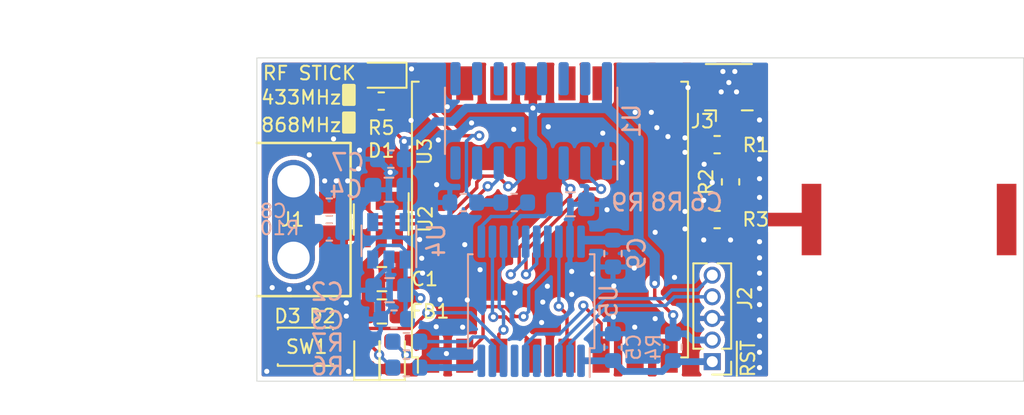
<source format=kicad_pcb>
(kicad_pcb (version 20171130) (host pcbnew 5.1.8-db9833491~88~ubuntu20.04.1)
  (layers (0 F.Cu signal) (31 B.Cu signal) (34 B.Paste user) (35 F.Paste user) (36 B.SilkS user) (37 F.SilkS user) (38 B.Mask user) (39 F.Mask user) (44 Edge.Cuts user))
  (net 0 "")
  (net 1 "Net-(AE1-Pad1)")
  (net 2 GND)
  (net 3 +5V)
  (net 4 +3V3)
  (net 5 /~MCLR~)
  (net 6 /VCAP)
  (net 7 /LED1)
  (net 8 /LED2)
  (net 9 /VUSB)
  (net 10 /DM)
  (net 11 /DP)
  (net 12 "Net-(J3-Pad1)")
  (net 13 /OOK_DATA)
  (net 14 /OOK_DATA_PIC)
  (net 15 /BTN)
  (net 16 /PC_RX_PIC_TX)
  (net 17 /PC_TX_PIC_RX)
  (net 18 /RFM_RESET)
  (net 19 /RFM_NSS)
  (net 20 /SCK)
  (net 21 /MOSI_SDO)
  (net 22 /MISO_SDI)
  (net 23 "Net-(D1-Pad2)")
  (net 24 "Net-(D2-Pad2)")
  (net 25 "Net-(D3-Pad2)")
  (net 26 /PGED2)
  (net 27 /PGEC2)
  (net 28 "Net-(C8-Pad1)")
  (module Resistor_SMD:R_0603_1608Metric (layer B.Cu) (at 154.25 60.23)
    (fp_text reference R10 (at -2.91 -0.23) (layer B.SilkS) (effects (font (size 0.8 0.8) (thickness 0.12)) (justify mirror)))
    (fp_text value 330R)
    (pad 2 smd roundrect (at 0.7875 0) (size 0.875 0.95) (layers B.Cu B.Paste B.Mask) (net 2 GND))
    (pad 1 smd roundrect (at -0.7875 0) (size 0.875 0.95) (layers B.Cu B.Paste B.Mask) (net 28 "Net-(C8-Pad1)"))
  )
  (module Capacitor_SMD:C_0603_1608Metric (layer B.Cu) (at 154.25 58.77)
    (fp_text reference C8 (at -3.28 0.23) (layer B.SilkS) (effects (font (size 0.8 0.8) (thickness 0.12)) (justify mirror)))
    (fp_text value 100nF)
    (pad 2 smd roundrect (at 0.7875 0) (size 0.875 0.95) (layers B.Cu B.Paste B.Mask) (net 2 GND))
    (pad 1 smd roundrect (at -0.7875 0) (size 0.875 0.95) (layers B.Cu B.Paste B.Mask) (net 28 "Net-(C8-Pad1)"))
  )
  (module "KiCAD library:SSOP-20_5.3x7.2mm_P0.65mm_MOD" (layer B.Cu) (at 166.1 64.3 90)
    (fp_text reference U5 (at 0 4.55 90) (layer B.SilkS) (effects (justify mirror)))
    (fp_text value PIC32MM0064GPL020-I-SS)
    (pad 20 smd roundrect (at 3.5 2.925 90) (size 1.9 0.45) (layers B.Cu B.Paste B.Mask) (net 4 +3V3))
    (pad 19 smd roundrect (at 3.5 2.275 90) (size 1.9 0.45) (layers B.Cu B.Paste B.Mask) (net 2 GND))
    (pad 18 smd roundrect (at 3.5 1.625 90) (size 1.9 0.45) (layers B.Cu B.Paste B.Mask) (net 19 /RFM_NSS))
    (pad 17 smd roundrect (at 3.5 0.975 90) (size 1.9 0.45) (layers B.Cu B.Paste B.Mask) (net 22 /MISO_SDI))
    (pad 16 smd roundrect (at 3.5 0.325 90) (size 1.9 0.45) (layers B.Cu B.Paste B.Mask) (net 17 /PC_TX_PIC_RX))
    (pad 15 smd roundrect (at 3.5 -0.325 90) (size 1.9 0.45) (layers B.Cu B.Paste B.Mask) (net 16 /PC_RX_PIC_TX))
    (pad 14 smd roundrect (at 3.5 -0.975 90) (size 1.9 0.45) (layers B.Cu B.Paste B.Mask) (net 6 /VCAP))
    (pad 13 smd roundrect (at 3.5 -1.625 90) (size 1.9 0.45) (layers B.Cu B.Paste B.Mask) (net 21 /MOSI_SDO))
    (pad 12 smd roundrect (at 3.5 -2.275 90) (size 1.9 0.45) (layers B.Cu B.Paste B.Mask) (net 20 /SCK))
    (pad 11 smd roundrect (at 3.5 -2.925 90) (size 1.9 0.45) (layers B.Cu B.Paste B.Mask) (net 14 /OOK_DATA_PIC))
    (pad 10 smd roundrect (at -3.5 -2.925 90) (size 1.9 0.45) (layers B.Cu B.Paste B.Mask) (net 7 /LED1))
    (pad 9 smd roundrect (at -3.5 -2.275 90) (size 1.9 0.45) (layers B.Cu B.Paste B.Mask) (net 8 /LED2))
    (pad 8 smd roundrect (at -3.5 -1.625 90) (size 1.9 0.45) (layers B.Cu B.Paste B.Mask) (net 15 /BTN))
    (pad 7 smd roundrect (at -3.5 -0.975 90) (size 1.9 0.45) (layers B.Cu B.Paste B.Mask))
    (pad 6 smd roundrect (at -3.5 -0.325 90) (size 1.9 0.45) (layers B.Cu B.Paste B.Mask) (net 18 /RFM_RESET))
    (pad 5 smd roundrect (at -3.5 0.325 90) (size 1.9 0.45) (layers B.Cu B.Paste B.Mask))
    (pad 4 smd roundrect (at -3.5 0.975 90) (size 1.9 0.45) (layers B.Cu B.Paste B.Mask))
    (pad 3 smd roundrect (at -3.5 1.625 90) (size 1.9 0.45) (layers B.Cu B.Paste B.Mask) (net 27 /PGEC2))
    (pad 2 smd roundrect (at -3.5 2.275 90) (size 1.9 0.45) (layers B.Cu B.Paste B.Mask) (net 26 /PGED2))
    (pad 1 smd roundrect (at -3.5 2.925 90) (size 1.9 0.45) (layers B.Cu B.Paste B.Mask) (net 5 /~MCLR~))
  )
  (module "KiCAD library:FOX_LOGO_MASK" (layer B.Cu) (at 153 52.9 90)
    (fp_text reference MARK2 hide)
    (fp_text value LOGO hide)
  )
  (module "KiCAD library:FOX_LOGO_MASK" (layer F.Cu) (at 188.275 65.175)
    (fp_text reference MARK1 hide)
    (fp_text value LOGO hide)
  )
  (module Button_Switch_SMD:SW_SPST_CK_KXT3 (layer F.Cu) (at 152.85 66.975 180)
    (fp_text reference SW1 (at -0.075 0) (layer F.SilkS) (effects (font (size 0.8 0.8) (thickness 0.12))))
    (fp_text value SW_Push)
    (pad 1 smd rect (at -1.625 0 180) (size 0.55 1.5) (layers F.Cu F.Paste F.Mask) (net 15 /BTN))
    (pad 2 smd rect (at 1.625 0 180) (size 0.55 1.5) (layers F.Cu F.Paste F.Mask) (net 2 GND))
  )
  (module Resistor_SMD:R_0603_1608Metric (layer B.Cu) (at 174.425 67 270)
    (fp_text reference R4 (at 0 1.145 90) (layer B.SilkS) (effects (font (size 0.8 0.8) (thickness 0.12)) (justify mirror)))
    (fp_text value 100k)
    (pad 2 smd roundrect (at 0.7875 0 270) (size 0.875 0.95) (layers B.Cu B.Paste B.Mask) (net 5 /~MCLR~))
    (pad 1 smd roundrect (at -0.7875 0 270) (size 0.875 0.95) (layers B.Cu B.Paste B.Mask) (net 4 +3V3))
  )
  (module Connector_PinHeader_1.27mm:PinHeader_1x05_P1.27mm_Vertical (layer F.Cu) (at 176.725 67.85 180)
    (fp_text reference J2 (at -1.925 3.725 90) (layer F.SilkS) (effects (font (size 0.8 0.8) (thickness 0.12))))
    (fp_text value Conn_01x05)
    (pad 1 thru_hole rect (at 0 0 180) (size 1 1) (drill 0.65) (layers *.Cu *.Mask) (net 5 /~MCLR~))
    (pad 2 thru_hole oval (at 0 1.27 180) (size 1 1) (drill 0.65) (layers *.Cu *.Mask) (net 4 +3V3))
    (pad 3 thru_hole oval (at 0 2.54 180) (size 1 1) (drill 0.65) (layers *.Cu *.Mask) (net 2 GND))
    (pad 4 thru_hole oval (at 0 3.81 180) (size 1 1) (drill 0.65) (layers *.Cu *.Mask) (net 26 /PGED2))
    (pad 5 thru_hole oval (at 0 5.08 180) (size 1 1) (drill 0.65) (layers *.Cu *.Mask) (net 27 /PGEC2))
  )
  (module Connector_Coaxial:U.FL_Hirose_U.FL-R-SMT-1_Vertical (layer F.Cu) (at 177.7 52.2 90)
    (fp_text reference J3 (at -1.525 -1.55 180) (layer F.SilkS) (effects (font (size 0.8 0.8) (thickness 0.12))))
    (fp_text value Conn_Coaxial)
    (pad 2 smd rect (at 0.475 -1.475 90) (size 2.2 1.05) (layers F.Cu F.Paste F.Mask) (net 2 GND))
    (pad 1 smd rect (at -1.05 0 90) (size 1.05 1) (layers F.Cu F.Paste F.Mask) (net 12 "Net-(J3-Pad1)"))
    (pad 2 smd rect (at 0.475 1.475 90) (size 2.2 1.05) (layers F.Cu F.Paste F.Mask) (net 2 GND))
  )
  (module Package_TO_SOT_SMD:SOT-23-5 (layer B.Cu) (at 157.75 60.75 90)
    (fp_text reference U4 (at 0.025 2.78 90) (layer B.SilkS) (effects (justify mirror)))
    (fp_text value LN1134-3.3V)
    (pad 5 smd rect (at 1.1 0.95 90) (size 1.06 0.65) (layers B.Cu B.Paste B.Mask) (net 4 +3V3))
    (pad 4 smd rect (at 1.1 -0.95 90) (size 1.06 0.65) (layers B.Cu B.Paste B.Mask))
    (pad 3 smd rect (at -1.1 -0.95 90) (size 1.06 0.65) (layers B.Cu B.Paste B.Mask) (net 3 +5V))
    (pad 2 smd rect (at -1.1 0 90) (size 1.06 0.65) (layers B.Cu B.Paste B.Mask) (net 2 GND))
    (pad 1 smd rect (at -1.1 0.95 90) (size 1.06 0.65) (layers B.Cu B.Paste B.Mask) (net 3 +5V))
  )
  (module Package_TO_SOT_SMD:SOT-23-6 (layer F.Cu) (at 157.3 59.5 270)
    (fp_text reference U2 (at -0.025 -2.6 90) (layer F.SilkS) (effects (font (size 0.8 0.8) (thickness 0.12))))
    (fp_text value SRV05-4)
    (pad 5 smd rect (at 1.1 0 270) (size 1.06 0.65) (layers F.Cu F.Paste F.Mask) (net 9 /VUSB))
    (pad 6 smd rect (at 1.1 -0.95 270) (size 1.06 0.65) (layers F.Cu F.Paste F.Mask))
    (pad 4 smd rect (at 1.1 0.95 270) (size 1.06 0.65) (layers F.Cu F.Paste F.Mask) (net 10 /DM))
    (pad 3 smd rect (at -1.1 0.95 270) (size 1.06 0.65) (layers F.Cu F.Paste F.Mask) (net 11 /DP))
    (pad 2 smd rect (at -1.1 0 270) (size 1.06 0.65) (layers F.Cu F.Paste F.Mask) (net 2 GND))
    (pad 1 smd rect (at -1.1 -0.95 270) (size 1.06 0.65) (layers F.Cu F.Paste F.Mask))
  )
  (module Resistor_SMD:R_0603_1608Metric (layer B.Cu) (at 162.1125 58.5 180)
    (fp_text reference R9 (at -9.6625 0) (layer B.SilkS) (effects (justify mirror)))
    (fp_text value 100k)
    (pad 2 smd roundrect (at 0.7875 0 180) (size 0.875 0.95) (layers B.Cu B.Paste B.Mask) (net 2 GND))
    (pad 1 smd roundrect (at -0.7875 0 180) (size 0.875 0.95) (layers B.Cu B.Paste B.Mask) (net 13 /OOK_DATA))
  )
  (module Resistor_SMD:R_0603_1608Metric (layer B.Cu) (at 165.1 58.5 180)
    (fp_text reference R8 (at -8.975 0.025) (layer B.SilkS) (effects (justify mirror)))
    (fp_text value 1k)
    (pad 1 smd roundrect (at -0.7875 0 180) (size 0.875 0.95) (layers B.Cu B.Paste B.Mask) (net 14 /OOK_DATA_PIC))
    (pad 2 smd roundrect (at 0.7875 0 180) (size 0.875 0.95) (layers B.Cu B.Paste B.Mask) (net 13 /OOK_DATA))
  )
  (module Resistor_SMD:R_0603_1608Metric (layer B.Cu) (at 158.775 66.675)
    (fp_text reference R7 (at -4.625 0.075) (layer B.SilkS) (effects (justify mirror)))
    (fp_text value 22k)
    (pad 1 smd roundrect (at -0.7875 0) (size 0.875 0.95) (layers B.Cu B.Paste B.Mask) (net 25 "Net-(D3-Pad2)"))
    (pad 2 smd roundrect (at 0.7875 0) (size 0.875 0.95) (layers B.Cu B.Paste B.Mask) (net 8 /LED2))
  )
  (module Resistor_SMD:R_0603_1608Metric (layer B.Cu) (at 158.775 68.2)
    (fp_text reference R6 (at -4.625 -0.075) (layer B.SilkS) (effects (justify mirror)))
    (fp_text value 22k)
    (pad 1 smd roundrect (at -0.7875 0) (size 0.875 0.95) (layers B.Cu B.Paste B.Mask) (net 24 "Net-(D2-Pad2)"))
    (pad 2 smd roundrect (at 0.7875 0) (size 0.875 0.95) (layers B.Cu B.Paste B.Mask) (net 7 /LED1))
  )
  (module Resistor_SMD:R_0603_1608Metric (layer F.Cu) (at 157.3 52.54)
    (fp_text reference R5 (at 0 1.57) (layer F.SilkS) (effects (font (size 0.8 0.8) (thickness 0.12))))
    (fp_text value 22k)
    (pad 2 smd roundrect (at 0.7875 0) (size 0.875 0.95) (layers F.Cu F.Paste F.Mask) (net 4 +3V3))
    (pad 1 smd roundrect (at -0.7875 0) (size 0.875 0.95) (layers F.Cu F.Paste F.Mask) (net 23 "Net-(D1-Pad2)"))
  )
  (module Resistor_SMD:R_0603_1608Metric (layer F.Cu) (at 177.0125 59.5 180)
    (fp_text reference R3 (at -2.2625 0) (layer F.SilkS) (effects (font (size 0.8 0.8) (thickness 0.12))))
    (fp_text value R)
    (pad 2 smd roundrect (at 0.7875 0 180) (size 0.875 0.95) (layers F.Cu F.Paste F.Mask) (net 2 GND))
    (pad 1 smd roundrect (at -0.7875 0 180) (size 0.875 0.95) (layers F.Cu F.Paste F.Mask) (net 1 "Net-(AE1-Pad1)"))
  )
  (module Resistor_SMD:R_0603_1608Metric (layer F.Cu) (at 177.8 57.2875 90)
    (fp_text reference R2 (at 0 -1.43 90) (layer F.SilkS) (effects (font (size 0.8 0.8) (thickness 0.12))))
    (fp_text value 0R)
    (pad 2 smd roundrect (at 0.7875 0 90) (size 0.875 0.95) (layers F.Cu F.Paste F.Mask) (net 12 "Net-(J3-Pad1)"))
    (pad 1 smd roundrect (at -0.7875 0 90) (size 0.875 0.95) (layers F.Cu F.Paste F.Mask) (net 1 "Net-(AE1-Pad1)"))
  )
  (module Resistor_SMD:R_0603_1608Metric (layer F.Cu) (at 177.0125 55.1 180)
    (fp_text reference R1 (at -2.2775 -0.025) (layer F.SilkS) (effects (font (size 0.8 0.8) (thickness 0.12))))
    (fp_text value R)
    (pad 2 smd roundrect (at 0.7875 0 180) (size 0.875 0.95) (layers F.Cu F.Paste F.Mask) (net 2 GND))
    (pad 1 smd roundrect (at -0.7875 0 180) (size 0.875 0.95) (layers F.Cu F.Paste F.Mask) (net 12 "Net-(J3-Pad1)"))
  )
  (module Inductor_SMD:L_0805_2012Metric (layer F.Cu) (at 157.3375 64.9 180)
    (fp_text reference FB1 (at -2.8375 0 180) (layer F.SilkS) (effects (font (size 0.8 0.8) (thickness 0.12))))
    (fp_text value Ferrite_Bead_Small)
    (pad 2 smd roundrect (at 0.9375 0 180) (size 0.975 1.4) (layers F.Cu F.Paste F.Mask) (net 9 /VUSB))
    (pad 1 smd roundrect (at -0.9375 0 180) (size 0.975 1.4) (layers F.Cu F.Paste F.Mask) (net 3 +5V))
  )
  (module LED_SMD:LED_0603_1608Metric (layer F.Cu) (at 157.95 67.45 90)
    (fp_text reference D3 (at 2.275 -6.15 180) (layer F.SilkS) (effects (font (size 0.8 0.8) (thickness 0.12))))
    (fp_text value LED)
    (pad 2 smd roundrect (at 0.7875 0 90) (size 0.875 0.95) (layers F.Cu F.Paste F.Mask) (net 25 "Net-(D3-Pad2)"))
    (pad 1 smd roundrect (at -0.7875 0 90) (size 0.875 0.95) (layers F.Cu F.Paste F.Mask) (net 2 GND))
  )
  (module LED_SMD:LED_0603_1608Metric (layer F.Cu) (at 156.45 67.45 90)
    (fp_text reference D2 (at 2.275 -2.6 180) (layer F.SilkS) (effects (font (size 0.8 0.8) (thickness 0.12))))
    (fp_text value LED)
    (pad 2 smd roundrect (at 0.7875 0 90) (size 0.875 0.95) (layers F.Cu F.Paste F.Mask) (net 24 "Net-(D2-Pad2)"))
    (pad 1 smd roundrect (at -0.7875 0 90) (size 0.875 0.95) (layers F.Cu F.Paste F.Mask) (net 2 GND))
  )
  (module LED_SMD:LED_0603_1608Metric (layer F.Cu) (at 157.3 51.02 180)
    (fp_text reference D1 (at 0 -4.43) (layer F.SilkS) (effects (font (size 0.8 0.8) (thickness 0.12))))
    (fp_text value LED)
    (pad 2 smd roundrect (at 0.7875 0 180) (size 0.875 0.95) (layers F.Cu F.Paste F.Mask) (net 23 "Net-(D1-Pad2)"))
    (pad 1 smd roundrect (at -0.7875 0 180) (size 0.875 0.95) (layers F.Cu F.Paste F.Mask) (net 2 GND))
  )
  (module Capacitor_SMD:C_0603_1608Metric (layer B.Cu) (at 170.9 61.5 270)
    (fp_text reference C9 (at 0 -1.4 90) (layer B.SilkS) (effects (justify mirror)))
    (fp_text value 100nF)
    (pad 2 smd roundrect (at 0.7875 0 270) (size 0.875 0.95) (layers B.Cu B.Paste B.Mask) (net 2 GND))
    (pad 1 smd roundrect (at -0.7875 0 270) (size 0.875 0.95) (layers B.Cu B.Paste B.Mask) (net 4 +3V3))
  )
  (module Capacitor_SMD:C_0603_1608Metric (layer B.Cu) (at 157.8625 55.95 180)
    (fp_text reference C7 (at 2.525 -0.195) (layer B.SilkS) (effects (justify mirror)))
    (fp_text value 100nF)
    (pad 2 smd roundrect (at 0.7875 0 180) (size 0.875 0.95) (layers B.Cu B.Paste B.Mask) (net 2 GND))
    (pad 1 smd roundrect (at -0.7875 0 180) (size 0.875 0.95) (layers B.Cu B.Paste B.Mask) (net 4 +3V3))
  )
  (module Capacitor_SMD:C_0805_2012Metric (layer B.Cu) (at 168.4 58.6)
    (fp_text reference C6 (at 7.97 -0.125) (layer B.SilkS) (effects (justify mirror)))
    (fp_text value 10uF)
    (pad 1 smd roundrect (at -0.9375 0) (size 0.975 1.4) (layers B.Cu B.Paste B.Mask) (net 6 /VCAP))
    (pad 2 smd roundrect (at 0.9375 0) (size 0.975 1.4) (layers B.Cu B.Paste B.Mask) (net 2 GND))
  )
  (module Capacitor_SMD:C_0603_1608Metric (layer B.Cu) (at 170.9 67 90)
    (fp_text reference C5 (at 0 1.22 90) (layer B.SilkS) (effects (font (size 0.8 0.8) (thickness 0.12)) (justify mirror)))
    (fp_text value 100nF)
    (pad 2 smd roundrect (at 0.7875 0 90) (size 0.875 0.95) (layers B.Cu B.Paste B.Mask) (net 2 GND))
    (pad 1 smd roundrect (at -0.7875 0 90) (size 0.875 0.95) (layers B.Cu B.Paste B.Mask) (net 5 /~MCLR~))
  )
  (module Capacitor_SMD:C_0805_2012Metric (layer B.Cu) (at 157.75 57.75 180)
    (fp_text reference C4 (at 2.525 0.025) (layer B.SilkS) (effects (justify mirror)))
    (fp_text value 10uF)
    (pad 2 smd roundrect (at 0.9375 0 180) (size 0.975 1.4) (layers B.Cu B.Paste B.Mask) (net 2 GND))
    (pad 1 smd roundrect (at -0.9375 0 180) (size 0.975 1.4) (layers B.Cu B.Paste B.Mask) (net 4 +3V3))
  )
  (module Capacitor_SMD:C_0603_1608Metric (layer B.Cu) (at 158.05 65.35 180)
    (fp_text reference C3 (at 3.9 -0.075) (layer B.SilkS) (effects (justify mirror)))
    (fp_text value 100nF)
    (pad 2 smd roundrect (at 0.7875 0 180) (size 0.875 0.95) (layers B.Cu B.Paste B.Mask) (net 2 GND))
    (pad 1 smd roundrect (at -0.7875 0 180) (size 0.875 0.95) (layers B.Cu B.Paste B.Mask) (net 3 +5V))
  )
  (module Capacitor_SMD:C_0805_2012Metric (layer B.Cu) (at 157.7875 63.65 180)
    (fp_text reference C2 (at 3.6625 -0.1) (layer B.SilkS) (effects (justify mirror)))
    (fp_text value 10uF)
    (pad 2 smd roundrect (at 0.9375 0 180) (size 0.975 1.4) (layers B.Cu B.Paste B.Mask) (net 2 GND))
    (pad 1 smd roundrect (at -0.9375 0 180) (size 0.975 1.4) (layers B.Cu B.Paste B.Mask) (net 3 +5V))
  )
  (module Capacitor_SMD:C_0805_2012Metric (layer F.Cu) (at 157.3375 63)
    (fp_text reference C1 (at 2.5125 0) (layer F.SilkS) (effects (font (size 0.8 0.8) (thickness 0.12))))
    (fp_text value 10uF)
    (pad 2 smd roundrect (at 0.9375 0) (size 0.975 1.4) (layers F.Cu F.Paste F.Mask) (net 2 GND))
    (pad 1 smd roundrect (at -0.9375 0) (size 0.975 1.4) (layers F.Cu F.Paste F.Mask) (net 9 /VUSB))
  )
  (module "KiCAD library:ACAG1204-433-T" (layer F.Cu) (at 188.275 59.5)
    (fp_text reference AE1 hide)
    (fp_text value Antenna_Chip)
    (pad 2 smd rect (at 5.725 0) (size 1.15 4.2) (layers F.Cu F.Paste F.Mask))
    (pad 1 smd rect (at -5.725 0) (size 1.15 4.2) (layers F.Cu F.Paste F.Mask) (net 1 "Net-(AE1-Pad1)"))
  )
  (module RF_Module:HOPERF_RFM9XW_SMD (layer F.Cu) (at 167.2 59.5 90)
    (fp_text reference U3 (at 4 -7.35 90) (layer F.SilkS) (effects (font (size 0.8 0.8) (thickness 0.12))))
    (fp_text value RFM69HCW)
    (pad 16 smd rect (at 8 -7 90) (size 2 1) (layers F.Cu F.Paste F.Mask) (net 13 /OOK_DATA))
    (pad 15 smd rect (at 8 -5 90) (size 2 1) (layers F.Cu F.Paste F.Mask))
    (pad 14 smd rect (at 8 -3 90) (size 2 1) (layers F.Cu F.Paste F.Mask))
    (pad 13 smd rect (at 8 -1 90) (size 2 1) (layers F.Cu F.Paste F.Mask) (net 4 +3V3))
    (pad 12 smd rect (at 8 1 90) (size 2 1) (layers F.Cu F.Paste F.Mask))
    (pad 11 smd rect (at 8 3 90) (size 2 1) (layers F.Cu F.Paste F.Mask))
    (pad 10 smd rect (at 8 5 90) (size 2 1) (layers F.Cu F.Paste F.Mask) (net 2 GND))
    (pad 9 smd rect (at 8 7 90) (size 2 1) (layers F.Cu F.Paste F.Mask) (net 12 "Net-(J3-Pad1)"))
    (pad 8 smd rect (at -8 7 90) (size 2 1) (layers F.Cu F.Paste F.Mask) (net 2 GND))
    (pad 7 smd rect (at -8 5 90) (size 2 1) (layers F.Cu F.Paste F.Mask))
    (pad 6 smd rect (at -8 3 90) (size 2 1) (layers F.Cu F.Paste F.Mask) (net 18 /RFM_RESET))
    (pad 5 smd rect (at -8 1 90) (size 2 1) (layers F.Cu F.Paste F.Mask) (net 19 /RFM_NSS))
    (pad 4 smd rect (at -8 -1 90) (size 2 1) (layers F.Cu F.Paste F.Mask) (net 20 /SCK))
    (pad 3 smd rect (at -8 -3 90) (size 2 1) (layers F.Cu F.Paste F.Mask) (net 21 /MOSI_SDO))
    (pad 2 smd rect (at -8 -5 90) (size 2 1) (layers F.Cu F.Paste F.Mask) (net 22 /MISO_SDI))
    (pad 1 smd rect (at -8 -7 90) (size 2 1) (layers F.Cu F.Paste F.Mask) (net 2 GND))
  )
  (module Package_SO:SOIC-16_3.9x9.9mm_P1.27mm (layer B.Cu) (at 166.1 53.7 90)
    (fp_text reference U1 (at 0 5.9 90) (layer B.SilkS) (effects (justify mirror)))
    (fp_text value CH340C)
    (pad 16 smd roundrect (at 2.475 4.445 90) (size 1.95 0.6) (layers B.Cu B.Paste B.Mask) (net 4 +3V3))
    (pad 15 smd roundrect (at 2.475 3.175 90) (size 1.95 0.6) (layers B.Cu B.Paste B.Mask))
    (pad 14 smd roundrect (at 2.475 1.905 90) (size 1.95 0.6) (layers B.Cu B.Paste B.Mask))
    (pad 13 smd roundrect (at 2.475 0.635 90) (size 1.95 0.6) (layers B.Cu B.Paste B.Mask))
    (pad 12 smd roundrect (at 2.475 -0.635 90) (size 1.95 0.6) (layers B.Cu B.Paste B.Mask))
    (pad 11 smd roundrect (at 2.475 -1.905 90) (size 1.95 0.6) (layers B.Cu B.Paste B.Mask))
    (pad 10 smd roundrect (at 2.475 -3.175 90) (size 1.95 0.6) (layers B.Cu B.Paste B.Mask))
    (pad 9 smd roundrect (at 2.475 -4.445 90) (size 1.95 0.6) (layers B.Cu B.Paste B.Mask))
    (pad 8 smd roundrect (at -2.475 -4.445 90) (size 1.95 0.6) (layers B.Cu B.Paste B.Mask))
    (pad 7 smd roundrect (at -2.475 -3.175 90) (size 1.95 0.6) (layers B.Cu B.Paste B.Mask))
    (pad 6 smd roundrect (at -2.475 -1.905 90) (size 1.95 0.6) (layers B.Cu B.Paste B.Mask) (net 10 /DM))
    (pad 5 smd roundrect (at -2.475 -0.635 90) (size 1.95 0.6) (layers B.Cu B.Paste B.Mask) (net 11 /DP))
    (pad 4 smd roundrect (at -2.475 0.635 90) (size 1.95 0.6) (layers B.Cu B.Paste B.Mask) (net 4 +3V3))
    (pad 3 smd roundrect (at -2.475 1.905 90) (size 1.95 0.6) (layers B.Cu B.Paste B.Mask) (net 16 /PC_RX_PIC_TX))
    (pad 2 smd roundrect (at -2.475 3.175 90) (size 1.95 0.6) (layers B.Cu B.Paste B.Mask) (net 17 /PC_TX_PIC_RX))
    (pad 1 smd roundrect (at -2.475 4.445 90) (size 1.95 0.6) (layers B.Cu B.Paste B.Mask) (net 2 GND))
  )
  (module "KiCAD library:USB_A_PCB" (layer F.Cu) (at 153 59.5)
    (fp_text reference J1 (at -0.9 0) (layer F.SilkS) (effects (font (size 0.8 0.8) (thickness 0.12))))
    (fp_text value USB_A)
    (pad 1 smd rect (at 1.5 3.5) (size 1.7 1.3) (layers F.Cu F.Paste F.Mask) (net 9 /VUSB))
    (pad 2 smd rect (at 1.5 1) (size 1.7 1.3) (layers F.Cu F.Paste F.Mask) (net 10 /DM))
    (pad 3 smd rect (at 1.5 -1) (size 1.7 1.3) (layers F.Cu F.Paste F.Mask) (net 11 /DP))
    (pad 4 smd rect (at 1.5 -3.5) (size 1.7 1.3) (layers F.Cu F.Paste F.Mask) (net 2 GND))
    (pad 5 thru_hole circle (at -0.85 2.25) (size 2.5 2.5) (drill 1.9) (layers *.Cu *.Mask) (net 28 "Net-(C8-Pad1)"))
    (pad 5 thru_hole circle (at -0.85 -2.25) (size 2.5 2.5) (drill 1.9) (layers *.Cu *.Mask) (net 28 "Net-(C8-Pad1)"))
  )
  (gr_text 868MHz (at 152.6 53.95) (layer F.SilkS) (effects (font (size 0.8 0.8) (thickness 0.12))))
  (gr_text 433MHz (at 152.6 52.325) (layer F.SilkS) (effects (font (size 0.8 0.8) (thickness 0.12))))
  (gr_text "RF STICK" (at 153.075 50.9) (layer F.SilkS) (effects (font (size 0.8 0.8) (thickness 0.12))))
  (gr_text ~RST~ (at 178.825 67.675 90) (layer F.SilkS) (effects (font (size 0.8 0.8) (thickness 0.12))))
  (gr_line (start 150 69) (end 150 50) (layer Edge.Cuts) (width 0.05))
  (gr_line (start 195 69) (end 150 69) (layer Edge.Cuts) (width 0.05))
  (gr_line (start 195 50) (end 195 69) (layer Edge.Cuts) (width 0.05))
  (gr_line (start 150 50) (end 195 50) (layer Edge.Cuts) (width 0.05))
  (segment (start 182.55 59.5) (end 177.8 59.5) (width 0.8) (layer F.Cu) (net 1))
  (segment (start 177.8 59.5) (end 177.8 58.075) (width 0.8) (layer F.Cu) (net 1))
  (via (at 179.5 68.2) (size 0.6) (drill 0.3) (layers F.Cu B.Cu) (net 2))
  (via (at 179.5 60.8) (size 0.6) (drill 0.3) (layers F.Cu B.Cu) (net 2))
  (via (at 179.5 64.5) (size 0.6) (drill 0.3) (layers F.Cu B.Cu) (net 2))
  (via (at 179.5 66.35) (size 0.6) (drill 0.3) (layers F.Cu B.Cu) (net 2))
  (via (at 179.5 62.65) (size 0.6) (drill 0.3) (layers F.Cu B.Cu) (net 2))
  (via (at 179.5 58.2) (size 0.6) (drill 0.3) (layers F.Cu B.Cu) (net 2))
  (via (at 179.5 53.65) (size 0.6) (drill 0.3) (layers F.Cu B.Cu) (net 2))
  (via (at 179.5 55.95) (size 0.6) (drill 0.3) (layers F.Cu B.Cu) (net 2))
  (via (at 179.5 54.75) (size 0.6) (drill 0.3) (layers F.Cu B.Cu) (net 2))
  (via (at 179.5 57.1) (size 0.6) (drill 0.3) (layers F.Cu B.Cu) (net 2))
  (via (at 179.5 61.75) (size 0.6) (drill 0.3) (layers F.Cu B.Cu) (net 2))
  (via (at 179.5 63.55) (size 0.6) (drill 0.3) (layers F.Cu B.Cu) (net 2))
  (via (at 179.5 65.4) (size 0.6) (drill 0.3) (layers F.Cu B.Cu) (net 2))
  (via (at 179.5 67.3) (size 0.6) (drill 0.3) (layers F.Cu B.Cu) (net 2))
  (via (at 178.15 52) (size 0.6) (drill 0.3) (layers F.Cu B.Cu) (net 2))
  (via (at 177.25 52) (size 0.6) (drill 0.3) (layers F.Cu B.Cu) (net 2))
  (via (at 177.7 51.45) (size 0.6) (drill 0.3) (layers F.Cu B.Cu) (net 2))
  (via (at 177.35 50.8) (size 0.6) (drill 0.3) (layers F.Cu B.Cu) (net 2))
  (via (at 178.05 50.8) (size 0.6) (drill 0.3) (layers F.Cu B.Cu) (net 2))
  (via (at 175.3 51.75) (size 0.6) (drill 0.3) (layers F.Cu B.Cu) (net 2))
  (via (at 173.15 53.2) (size 0.6) (drill 0.3) (layers F.Cu B.Cu) (net 2))
  (via (at 172.2 53.2) (size 0.6) (drill 0.3) (layers F.Cu B.Cu) (net 2))
  (via (at 160.55 57.45) (size 0.6) (drill 0.3) (layers F.Cu B.Cu) (net 2))
  (via (at 171.45 56.15) (size 0.6) (drill 0.3) (layers F.Cu B.Cu) (net 2))
  (via (at 170.3 54.425) (size 0.6) (drill 0.3) (layers F.Cu B.Cu) (net 2))
  (via (at 167.1 54.05) (size 0.6) (drill 0.3) (layers F.Cu B.Cu) (net 2))
  (via (at 175.125 54.7) (size 0.6) (drill 0.3) (layers F.Cu B.Cu) (net 2))
  (via (at 175.125 55.55) (size 0.6) (drill 0.3) (layers F.Cu B.Cu) (net 2))
  (via (at 173.475 54.1) (size 0.6) (drill 0.3) (layers F.Cu B.Cu) (net 2))
  (via (at 174.125 54.625) (size 0.6) (drill 0.3) (layers F.Cu B.Cu) (net 2))
  (via (at 176.25 56.25) (size 0.6) (drill 0.3) (layers F.Cu B.Cu) (net 2))
  (via (at 176.725 57.325) (size 0.6) (drill 0.3) (layers F.Cu B.Cu) (net 2))
  (via (at 176.225 58.375) (size 0.6) (drill 0.3) (layers F.Cu B.Cu) (net 2))
  (via (at 175.125 59.025) (size 0.6) (drill 0.3) (layers F.Cu B.Cu) (net 2))
  (via (at 175.125 60.05) (size 0.6) (drill 0.3) (layers F.Cu B.Cu) (net 2))
  (via (at 176.225 60.7) (size 0.6) (drill 0.3) (layers F.Cu B.Cu) (net 2))
  (via (at 170.55 58.925) (size 0.6) (drill 0.3) (layers F.Cu B.Cu) (net 2))
  (via (at 160.525 65.8) (size 0.6) (drill 0.3) (layers F.Cu B.Cu) (net 2))
  (via (at 162.075 65.825) (size 0.6) (drill 0.3) (layers F.Cu B.Cu) (net 2))
  (via (at 161.175 52.875) (size 0.6) (drill 0.3) (layers F.Cu B.Cu) (net 2))
  (via (at 159.075 50.65) (size 0.6) (drill 0.3) (layers F.Cu B.Cu) (net 2))
  (via (at 174.51 62.9) (size 0.6) (drill 0.3) (layers F.Cu B.Cu) (net 2))
  (segment (start 160.2 67.5) (end 160.075 67.5) (width 0.6) (layer F.Cu) (net 2))
  (segment (start 157.962501 68.250001) (end 157.95 68.2375) (width 0.6) (layer F.Cu) (net 2))
  (segment (start 159.324999 68.250001) (end 157.962501 68.250001) (width 0.6) (layer F.Cu) (net 2))
  (segment (start 160.075 67.5) (end 159.324999 68.250001) (width 0.6) (layer F.Cu) (net 2))
  (segment (start 156.497066 68.284566) (end 156.45 68.2375) (width 0.6) (layer F.Cu) (net 2))
  (segment (start 157.597253 68.284566) (end 156.497066 68.284566) (width 0.6) (layer F.Cu) (net 2))
  (segment (start 157.644319 68.2375) (end 157.597253 68.284566) (width 0.6) (layer F.Cu) (net 2))
  (segment (start 157.95 68.2375) (end 157.644319 68.2375) (width 0.6) (layer F.Cu) (net 2))
  (via (at 159.725 62.65) (size 0.6) (drill 0.3) (layers F.Cu B.Cu) (net 2))
  (via (at 159.675 61.775) (size 0.6) (drill 0.3) (layers F.Cu B.Cu) (net 2))
  (via (at 159.55 60.675) (size 0.6) (drill 0.3) (layers F.Cu B.Cu) (net 2))
  (via (at 159.05 53.675) (size 0.6) (drill 0.3) (layers F.Cu B.Cu) (net 2))
  (via (at 165.075 54.2) (size 0.6) (drill 0.3) (layers F.Cu B.Cu) (net 2))
  (segment (start 156.45 68.2375) (end 155.3375 68.2375) (width 0.6) (layer F.Cu) (net 2))
  (segment (start 156.85 63.125) (end 156.85 63.65) (width 0.254) (layer B.Cu) (net 2))
  (segment (start 157.75 62.225) (end 156.85 63.125) (width 0.254) (layer B.Cu) (net 2))
  (segment (start 157.75 61.85) (end 157.75 62.225) (width 0.254) (layer B.Cu) (net 2))
  (via (at 155.25 65.175) (size 0.6) (drill 0.3) (layers F.Cu B.Cu) (net 2))
  (via (at 155.25 64.4) (size 0.6) (drill 0.3) (layers F.Cu B.Cu) (net 2))
  (via (at 160.75 64.2) (size 0.6) (drill 0.3) (layers F.Cu B.Cu) (net 2))
  (via (at 162.35 64.225) (size 0.6) (drill 0.3) (layers F.Cu B.Cu) (net 2))
  (via (at 172.175 65.825) (size 0.6) (drill 0.3) (layers F.Cu B.Cu) (net 2))
  (via (at 170.925 65.225) (size 0.6) (drill 0.3) (layers F.Cu B.Cu) (net 2))
  (via (at 168.475 62.55) (size 0.6) (drill 0.3) (layers F.Cu B.Cu) (net 2))
  (via (at 168.475 63.9) (size 0.6) (drill 0.3) (layers F.Cu B.Cu) (net 2))
  (via (at 167.05 63.42) (size 0.6) (drill 0.3) (layers F.Cu B.Cu) (net 2))
  (via (at 166.78 64.35) (size 0.6) (drill 0.3) (layers F.Cu B.Cu) (net 2))
  (via (at 166.71 65.55) (size 0.6) (drill 0.3) (layers F.Cu B.Cu) (net 2))
  (via (at 163.1 62.45) (size 0.6) (drill 0.3) (layers F.Cu B.Cu) (net 2))
  (via (at 162.2 60.975) (size 0.6) (drill 0.3) (layers F.Cu B.Cu) (net 2))
  (via (at 169.7 62.7) (size 0.6) (drill 0.3) (layers F.Cu B.Cu) (net 2))
  (via (at 170.95 63.4) (size 0.6) (drill 0.3) (layers F.Cu B.Cu) (net 2))
  (via (at 172.15 62.35) (size 0.6) (drill 0.3) (layers F.Cu B.Cu) (net 2))
  (via (at 173.375 60.25) (size 0.6) (drill 0.3) (layers F.Cu B.Cu) (net 2))
  (via (at 173.375 65.325) (size 0.6) (drill 0.3) (layers F.Cu B.Cu) (net 2))
  (via (at 161.125 67.375) (size 0.6) (drill 0.3) (layers F.Cu B.Cu) (net 2))
  (segment (start 157.075 55.95) (end 157.75 56.625) (width 0.4) (layer B.Cu) (net 2))
  (segment (start 157.75 56.625) (end 157.75 57) (width 0.4) (layer B.Cu) (net 2))
  (via (at 157.825 56.725) (size 0.6) (drill 0.3) (layers F.Cu B.Cu) (net 2))
  (via (at 155.33 57.23) (size 0.6) (drill 0.3) (layers F.Cu B.Cu) (net 2))
  (via (at 156.025 55.425) (size 0.6) (drill 0.3) (layers F.Cu B.Cu) (net 2))
  (via (at 153.075 55.7) (size 0.6) (drill 0.3) (layers F.Cu B.Cu) (net 2))
  (segment (start 157.1 63.9) (end 156.85 63.65) (width 0.4) (layer B.Cu) (net 2))
  (segment (start 157.1 65.1875) (end 157.1 63.9) (width 0.4) (layer B.Cu) (net 2))
  (segment (start 157.2625 65.35) (end 157.1 65.1875) (width 0.4) (layer B.Cu) (net 2))
  (segment (start 157.2625 65.35) (end 157.2625 66.0375) (width 0.254) (layer B.Cu) (net 2))
  (segment (start 157.2625 66.0375) (end 156.95 66.35) (width 0.254) (layer B.Cu) (net 2))
  (segment (start 157.2625 65.35) (end 157.825 64.7875) (width 0.254) (layer B.Cu) (net 2))
  (segment (start 157.825 64.7875) (end 157.825 64.4) (width 0.254) (layer B.Cu) (net 2))
  (via (at 160.65 54.825) (size 0.6) (drill 0.3) (layers F.Cu B.Cu) (net 2))
  (via (at 162.6 53.825) (size 0.6) (drill 0.3) (layers F.Cu B.Cu) (net 2))
  (via (at 165.15 63.81) (size 0.6) (drill 0.3) (layers F.Cu B.Cu) (net 2))
  (via (at 150.58 68.42) (size 0.6) (drill 0.3) (layers F.Cu B.Cu) (net 2))
  (via (at 155.38 68.42) (size 0.6) (drill 0.3) (layers F.Cu B.Cu) (net 2))
  (via (at 153.98 57.23) (size 0.6) (drill 0.3) (layers F.Cu B.Cu) (net 2))
  (via (at 154.66 57.23) (size 0.6) (drill 0.3) (layers F.Cu B.Cu) (net 2))
  (via (at 155.97 56.52) (size 0.6) (drill 0.3) (layers F.Cu B.Cu) (net 2))
  (via (at 154.5 54.76) (size 0.6) (drill 0.3) (layers F.Cu B.Cu) (net 2))
  (segment (start 155.0375 60.23) (end 155.0375 58.77) (width 0.8) (layer B.Cu) (net 2))
  (segment (start 155.0375 57.6075) (end 154.66 57.23) (width 0.8) (layer B.Cu) (net 2))
  (segment (start 155.0375 58.77) (end 155.0375 57.6075) (width 0.8) (layer B.Cu) (net 2))
  (segment (start 155.7925 58.77) (end 156.8125 57.75) (width 0.8) (layer B.Cu) (net 2))
  (segment (start 155.0375 58.77) (end 155.7925 58.77) (width 0.8) (layer B.Cu) (net 2))
  (via (at 150.9 63.5) (size 0.6) (drill 0.3) (layers F.Cu B.Cu) (net 2))
  (via (at 153 63.5) (size 0.6) (drill 0.3) (layers F.Cu B.Cu) (net 2))
  (via (at 151.9 63.6) (size 0.6) (drill 0.3) (layers F.Cu B.Cu) (net 2))
  (via (at 177.8 60.7) (size 0.6) (drill 0.3) (layers F.Cu B.Cu) (net 2))
  (segment (start 158.6 63.6) (end 158.6 64.15) (width 0.3) (layer B.Cu) (net 3))
  (via (at 159.6 64.125) (size 0.6) (drill 0.3) (layers F.Cu B.Cu) (net 3))
  (segment (start 158.275 65) (end 159.15 64.125) (width 0.5) (layer F.Cu) (net 3))
  (segment (start 159.15 64.125) (end 159.6 64.125) (width 0.5) (layer F.Cu) (net 3))
  (segment (start 157.184999 61.019999) (end 158.419999 61.019999) (width 0.2) (layer B.Cu) (net 3))
  (segment (start 156.8 61.404998) (end 157.184999 61.019999) (width 0.2) (layer B.Cu) (net 3))
  (segment (start 156.8 61.85) (end 156.8 61.404998) (width 0.2) (layer B.Cu) (net 3))
  (segment (start 158.7 61.3) (end 158.7 61.85) (width 0.2) (layer B.Cu) (net 3))
  (segment (start 158.419999 61.019999) (end 158.7 61.3) (width 0.2) (layer B.Cu) (net 3))
  (segment (start 158.725 61.875) (end 158.7 61.85) (width 0.254) (layer B.Cu) (net 3))
  (segment (start 158.725 63.65) (end 158.725 61.875) (width 0.254) (layer B.Cu) (net 3))
  (segment (start 158.725 65.2375) (end 158.8375 65.35) (width 0.254) (layer B.Cu) (net 3))
  (segment (start 158.725 63.65) (end 158.725 65.2375) (width 0.254) (layer B.Cu) (net 3))
  (segment (start 159.125 63.65) (end 159.6 64.125) (width 0.254) (layer B.Cu) (net 3))
  (segment (start 158.725 63.65) (end 159.125 63.65) (width 0.254) (layer B.Cu) (net 3))
  (segment (start 169 60.725) (end 169.025 60.7) (width 0.2) (layer B.Cu) (net 4))
  (segment (start 158.7 57.7625) (end 158.6875 57.75) (width 0.254) (layer B.Cu) (net 4))
  (segment (start 158.7 59.65) (end 158.7 57.7625) (width 0.254) (layer B.Cu) (net 4))
  (segment (start 158.6875 55.9875) (end 158.65 55.95) (width 0.254) (layer B.Cu) (net 4))
  (segment (start 158.6875 57.75) (end 158.6875 55.9875) (width 0.254) (layer B.Cu) (net 4))
  (segment (start 158.65 54.9) (end 158.65 55.95) (width 0.5) (layer B.Cu) (net 4))
  (via (at 174.43 65.12) (size 0.6) (drill 0.3) (layers F.Cu B.Cu) (net 4))
  (via (at 158.65 54.9) (size 0.6) (drill 0.3) (layers F.Cu B.Cu) (net 4))
  (segment (start 158.0875 54.3375) (end 158.65 54.9) (width 0.2) (layer F.Cu) (net 4))
  (segment (start 158.0875 52.54) (end 158.0875 54.3375) (width 0.2) (layer F.Cu) (net 4))
  (via (at 166.2 52.950004) (size 0.6) (drill 0.3) (layers F.Cu B.Cu) (net 4))
  (segment (start 166.2 51.5) (end 166.2 52.950004) (width 0.5) (layer F.Cu) (net 4))
  (segment (start 166.624264 52.950004) (end 166.2 52.950004) (width 0.5) (layer B.Cu) (net 4))
  (segment (start 166.735 56.175) (end 166.735 55.2) (width 0.5) (layer B.Cu) (net 4))
  (segment (start 166.735 55.2) (end 166.2 54.665) (width 0.5) (layer B.Cu) (net 4))
  (segment (start 166.2 54.665) (end 166.2 52.950004) (width 0.5) (layer B.Cu) (net 4))
  (via (at 173.35 63.25) (size 0.6) (drill 0.3) (layers F.Cu B.Cu) (net 4))
  (segment (start 173.35 64.04) (end 173.35 63.25) (width 0.2) (layer F.Cu) (net 4))
  (segment (start 174.43 65.12) (end 173.35 64.04) (width 0.2) (layer F.Cu) (net 4))
  (segment (start 170.8125 60.8) (end 170.9 60.7125) (width 0.4) (layer B.Cu) (net 4))
  (segment (start 174.425 65.125) (end 174.43 65.12) (width 0.4) (layer B.Cu) (net 4))
  (segment (start 174.425 66.2125) (end 174.425 65.125) (width 0.4) (layer B.Cu) (net 4))
  (segment (start 175.2025 66.2125) (end 175.57 66.58) (width 0.4) (layer B.Cu) (net 4))
  (segment (start 174.425 66.2125) (end 175.2025 66.2125) (width 0.4) (layer B.Cu) (net 4))
  (segment (start 176.725 66.58) (end 175.57 66.58) (width 0.4) (layer B.Cu) (net 4))
  (segment (start 172.4 60.7125) (end 170.9 60.7125) (width 0.6) (layer B.Cu) (net 4))
  (segment (start 173.35 61.6625) (end 173.35 63.25) (width 0.6) (layer B.Cu) (net 4))
  (segment (start 172.4 60.7125) (end 173.35 61.6625) (width 0.6) (layer B.Cu) (net 4))
  (segment (start 162.274996 52.950004) (end 166.2 52.950004) (width 0.5) (layer B.Cu) (net 4))
  (segment (start 161.4875 53.7375) (end 162.274996 52.950004) (width 0.5) (layer B.Cu) (net 4))
  (segment (start 160.4875 53.7375) (end 161.4875 53.7375) (width 0.5) (layer B.Cu) (net 4))
  (segment (start 159.325 54.9) (end 160.4875 53.7375) (width 0.5) (layer B.Cu) (net 4))
  (segment (start 158.65 54.9) (end 159.325 54.9) (width 0.5) (layer B.Cu) (net 4))
  (segment (start 172.4 54.8) (end 172.4 60.7125) (width 0.6) (layer B.Cu) (net 4))
  (segment (start 170.545 52.945) (end 172.4 54.8) (width 0.6) (layer B.Cu) (net 4))
  (segment (start 170.545 51.225) (end 170.545 52.945) (width 0.6) (layer B.Cu) (net 4))
  (segment (start 170.539996 52.950004) (end 170.545 52.945) (width 0.6) (layer B.Cu) (net 4))
  (segment (start 166.624264 52.950004) (end 170.539996 52.950004) (width 0.6) (layer B.Cu) (net 4))
  (segment (start 169.13751 60.7125) (end 169.05001 60.8) (width 0.5) (layer B.Cu) (net 4))
  (segment (start 170.9 60.7125) (end 169.13751 60.7125) (width 0.5) (layer B.Cu) (net 4))
  (segment (start 174.4425 68.08) (end 174.43 68.0675) (width 0.2) (layer B.Cu) (net 5))
  (segment (start 170.8875 67.8) (end 170.9 67.7875) (width 0.4) (layer B.Cu) (net 5))
  (segment (start 169.025 67.8) (end 170.8875 67.8) (width 0.4) (layer B.Cu) (net 5))
  (segment (start 173.7875 68.425) (end 174.425 67.7875) (width 0.4) (layer B.Cu) (net 5))
  (segment (start 171.5375 68.425) (end 173.7875 68.425) (width 0.4) (layer B.Cu) (net 5))
  (segment (start 170.9 67.7875) (end 171.5375 68.425) (width 0.4) (layer B.Cu) (net 5))
  (segment (start 174.4875 67.85) (end 174.425 67.7875) (width 0.4) (layer B.Cu) (net 5))
  (segment (start 176.725 67.85) (end 174.4875 67.85) (width 0.4) (layer B.Cu) (net 5))
  (segment (start 167.4625 58.7375) (end 167.4625 58.5) (width 0.25) (layer B.Cu) (net 6))
  (segment (start 165.489988 59.30001) (end 166.89999 59.30001) (width 0.25) (layer B.Cu) (net 6))
  (segment (start 166.89999 59.30001) (end 167.4625 58.7375) (width 0.25) (layer B.Cu) (net 6))
  (segment (start 165.125 59.664998) (end 165.489988 59.30001) (width 0.25) (layer B.Cu) (net 6))
  (segment (start 165.125 60.7) (end 165.125 59.664998) (width 0.25) (layer B.Cu) (net 6))
  (segment (start 162.775 68.2) (end 163.175 67.8) (width 0.4) (layer B.Cu) (net 7))
  (segment (start 159.8375 68.2) (end 162.775 68.2) (width 0.4) (layer B.Cu) (net 7))
  (segment (start 163.825 66.85) (end 163.825 67.8) (width 0.2) (layer B.Cu) (net 8))
  (segment (start 163.375 66.4) (end 163.825 66.85) (width 0.2) (layer B.Cu) (net 8))
  (segment (start 162.675 66.4) (end 163.375 66.4) (width 0.2) (layer B.Cu) (net 8))
  (segment (start 162.4 66.675) (end 162.675 66.4) (width 0.2) (layer B.Cu) (net 8))
  (segment (start 159.5625 66.675) (end 162.4 66.675) (width 0.2) (layer B.Cu) (net 8))
  (segment (start 156.4 63) (end 156.4 65) (width 0.5) (layer F.Cu) (net 9))
  (segment (start 154.5 63) (end 156.4 63) (width 0.8) (layer F.Cu) (net 9))
  (segment (start 156.4 62.15) (end 156.4 63) (width 0.5) (layer F.Cu) (net 9))
  (segment (start 157.3 61.25) (end 156.4 62.15) (width 0.5) (layer F.Cu) (net 9))
  (segment (start 157.3 60.6) (end 157.3 61.25) (width 0.5) (layer F.Cu) (net 9))
  (segment (start 154.5 60.5) (end 156.25 60.5) (width 0.5) (layer F.Cu) (net 10))
  (via (at 163.55 57.55) (size 0.6) (drill 0.3) (layers F.Cu B.Cu) (net 10))
  (segment (start 164.195 57.105) (end 163.75 57.55) (width 0.2) (layer B.Cu) (net 10))
  (segment (start 163.75 57.55) (end 163.55 57.55) (width 0.2) (layer B.Cu) (net 10))
  (segment (start 164.195 56.175) (end 164.195 57.105) (width 0.2) (layer B.Cu) (net 10))
  (segment (start 161.35 59.75) (end 163.55 57.55) (width 0.2) (layer F.Cu) (net 10))
  (segment (start 156.85 59.75) (end 161.35 59.75) (width 0.2) (layer F.Cu) (net 10))
  (segment (start 156.35 60.25) (end 156.85 59.75) (width 0.2) (layer F.Cu) (net 10))
  (segment (start 156.35 60.6) (end 156.35 60.25) (width 0.2) (layer F.Cu) (net 10))
  (segment (start 156.25 58.5) (end 156.35 58.4) (width 0.5) (layer F.Cu) (net 11))
  (segment (start 154.5 58.5) (end 156.25 58.5) (width 0.5) (layer F.Cu) (net 11))
  (via (at 164.75 57.55) (size 0.6) (drill 0.3) (layers F.Cu B.Cu) (net 11))
  (segment (start 165.465 57.135) (end 165.465 56.175) (width 0.2) (layer B.Cu) (net 11))
  (segment (start 165.05 57.55) (end 165.465 57.135) (width 0.2) (layer B.Cu) (net 11))
  (segment (start 164.75 57.55) (end 165.05 57.55) (width 0.2) (layer B.Cu) (net 11))
  (segment (start 164.149999 56.949999) (end 164.75 57.55) (width 0.2) (layer F.Cu) (net 11))
  (segment (start 162.905999 57.305999) (end 163.261999 56.949999) (width 0.2) (layer F.Cu) (net 11))
  (segment (start 162.905999 57.628303) (end 162.905999 57.305999) (width 0.2) (layer F.Cu) (net 11))
  (segment (start 161.184312 59.34999) (end 162.905999 57.628303) (width 0.2) (layer F.Cu) (net 11))
  (segment (start 156.94999 59.34999) (end 161.184312 59.34999) (width 0.2) (layer F.Cu) (net 11))
  (segment (start 163.261999 56.949999) (end 164.149999 56.949999) (width 0.2) (layer F.Cu) (net 11))
  (segment (start 156.35 58.75) (end 156.94999 59.34999) (width 0.2) (layer F.Cu) (net 11))
  (segment (start 156.35 58.4) (end 156.35 58.75) (width 0.2) (layer F.Cu) (net 11))
  (segment (start 177.8 56.5) (end 177.8 55.1) (width 0.8) (layer F.Cu) (net 12))
  (segment (start 177.7 55) (end 177.8 55.1) (width 0.8) (layer F.Cu) (net 12))
  (segment (start 177.7 53.25) (end 177.7 55) (width 0.8) (layer F.Cu) (net 12))
  (segment (start 174.2 53.3) (end 174.55 53.65) (width 0.8) (layer F.Cu) (net 12))
  (segment (start 174.2 51.5) (end 174.2 53.3) (width 0.8) (layer F.Cu) (net 12))
  (segment (start 177.3 53.65) (end 177.7 53.25) (width 0.8) (layer F.Cu) (net 12))
  (segment (start 174.55 53.65) (end 177.3 53.65) (width 0.8) (layer F.Cu) (net 12))
  (segment (start 164.3125 58.5) (end 162.9 58.5) (width 0.5) (layer B.Cu) (net 13))
  (via (at 163.05 54.575) (size 0.6) (drill 0.3) (layers F.Cu B.Cu) (net 13))
  (segment (start 160.2 51.5) (end 160.2 53.125) (width 0.2) (layer F.Cu) (net 13))
  (segment (start 160.2 53.125) (end 161.65 54.575) (width 0.2) (layer F.Cu) (net 13))
  (segment (start 161.65 54.575) (end 163.05 54.575) (width 0.2) (layer F.Cu) (net 13))
  (segment (start 162.9 58.5) (end 162.300001 57.900001) (width 0.2) (layer B.Cu) (net 13))
  (segment (start 162.300001 57.900001) (end 162.300001 54.900735) (width 0.2) (layer B.Cu) (net 13))
  (segment (start 162.625736 54.575) (end 163.05 54.575) (width 0.2) (layer B.Cu) (net 13))
  (segment (start 162.300001 54.900735) (end 162.625736 54.575) (width 0.2) (layer B.Cu) (net 13))
  (segment (start 165.653588 58.5) (end 165.8875 58.5) (width 0.25) (layer B.Cu) (net 14))
  (segment (start 163.175 59.898944) (end 163.748944 59.325) (width 0.2) (layer B.Cu) (net 14))
  (segment (start 163.175 60.8) (end 163.175 59.898944) (width 0.2) (layer B.Cu) (net 14))
  (segment (start 165.688944 58.5) (end 165.8875 58.5) (width 0.2) (layer B.Cu) (net 14))
  (segment (start 164.863944 59.325) (end 165.688944 58.5) (width 0.2) (layer B.Cu) (net 14))
  (segment (start 163.748944 59.325) (end 164.863944 59.325) (width 0.2) (layer B.Cu) (net 14))
  (segment (start 154.475 66.25) (end 154.82499 65.90001) (width 0.2) (layer F.Cu) (net 15))
  (segment (start 154.475 66.975) (end 154.475 66.25) (width 0.2) (layer F.Cu) (net 15))
  (via (at 160 64.975) (size 0.6) (drill 0.3) (layers F.Cu B.Cu) (net 15))
  (segment (start 159.07499 65.90001) (end 158.62499 65.90001) (width 0.2) (layer F.Cu) (net 15))
  (segment (start 160 64.975) (end 159.07499 65.90001) (width 0.2) (layer F.Cu) (net 15))
  (segment (start 154.82499 65.90001) (end 158.62499 65.90001) (width 0.2) (layer F.Cu) (net 15))
  (segment (start 162.551056 64.975) (end 160 64.975) (width 0.2) (layer B.Cu) (net 15))
  (segment (start 164.475 66.898944) (end 162.551056 64.975) (width 0.2) (layer B.Cu) (net 15))
  (segment (start 164.475 67.8) (end 164.475 66.898944) (width 0.2) (layer B.Cu) (net 15))
  (segment (start 168 56.17) (end 168.005 56.175) (width 0.2) (layer B.Cu) (net 16))
  (via (at 164.9 62.725) (size 0.6) (drill 0.3) (layers F.Cu B.Cu) (net 16))
  (segment (start 165.775 61.85) (end 164.9 62.725) (width 0.2) (layer B.Cu) (net 16))
  (segment (start 165.775 60.8) (end 165.775 61.85) (width 0.2) (layer B.Cu) (net 16))
  (via (at 168.4 57.7) (size 0.6) (drill 0.3) (layers F.Cu B.Cu) (net 16))
  (segment (start 168 56.18) (end 168.005 56.175) (width 0.2) (layer B.Cu) (net 16))
  (segment (start 168 57.3) (end 168 56.18) (width 0.2) (layer B.Cu) (net 16))
  (segment (start 168.4 57.7) (end 168 57.3) (width 0.2) (layer B.Cu) (net 16))
  (segment (start 168.4 58.15) (end 168.4 57.7) (width 0.2) (layer F.Cu) (net 16))
  (segment (start 165.394661 61.155339) (end 168.4 58.15) (width 0.2) (layer F.Cu) (net 16))
  (segment (start 165.394661 62.230339) (end 165.394661 61.155339) (width 0.2) (layer F.Cu) (net 16))
  (segment (start 164.9 62.725) (end 165.394661 62.230339) (width 0.2) (layer F.Cu) (net 16))
  (segment (start 166.425 60.7) (end 166.425 61.775) (width 0.2) (layer B.Cu) (net 17))
  (via (at 165.794671 62.72282) (size 0.6) (drill 0.3) (layers F.Cu B.Cu) (net 17))
  (segment (start 165.794671 62.718331) (end 165.794671 62.72282) (width 0.2) (layer B.Cu) (net 17))
  (segment (start 166.425 62.088002) (end 165.794671 62.718331) (width 0.2) (layer B.Cu) (net 17))
  (segment (start 166.425 61.775) (end 166.425 62.088002) (width 0.2) (layer B.Cu) (net 17))
  (segment (start 165.794671 61.321027) (end 168.40001 58.715689) (width 0.2) (layer F.Cu) (net 17))
  (segment (start 165.794671 62.72282) (end 165.794671 61.321027) (width 0.2) (layer F.Cu) (net 17))
  (via (at 170.199998 57.7) (size 0.6) (drill 0.3) (layers F.Cu B.Cu) (net 17))
  (segment (start 168.30785 58.807849) (end 169.415699 57.7) (width 0.2) (layer F.Cu) (net 17))
  (segment (start 169.415699 57.7) (end 170.199998 57.7) (width 0.2) (layer F.Cu) (net 17))
  (segment (start 169.3 56.800002) (end 170.199998 57.7) (width 0.2) (layer B.Cu) (net 17))
  (segment (start 169.3 56.2) (end 169.3 56.800002) (width 0.2) (layer B.Cu) (net 17))
  (segment (start 169.275 56.175) (end 169.3 56.2) (width 0.2) (layer B.Cu) (net 17))
  (segment (start 170.2 67) (end 170.2 67.5) (width 0.2) (layer F.Cu) (net 18))
  (via (at 169.16 64.56) (size 0.6) (drill 0.3) (layers F.Cu B.Cu) (net 18))
  (segment (start 170.2 65.6) (end 169.16 64.56) (width 0.2) (layer F.Cu) (net 18))
  (segment (start 170.2 67.5) (end 170.2 65.6) (width 0.2) (layer F.Cu) (net 18))
  (segment (start 169.16 64.83) (end 169.16 64.56) (width 0.2) (layer B.Cu) (net 18))
  (segment (start 167.765 66.225) (end 169.16 64.83) (width 0.2) (layer B.Cu) (net 18))
  (segment (start 166.4 66.225) (end 167.765 66.225) (width 0.2) (layer B.Cu) (net 18))
  (segment (start 165.775 66.85) (end 166.4 66.225) (width 0.2) (layer B.Cu) (net 18))
  (segment (start 165.775 67.8) (end 165.775 66.85) (width 0.2) (layer B.Cu) (net 18))
  (segment (start 168.2 67.05) (end 168.2 67.5) (width 0.2) (layer F.Cu) (net 19))
  (via (at 167.72 64.6) (size 0.6) (drill 0.3) (layers F.Cu B.Cu) (net 19))
  (segment (start 167.725 60.8) (end 167.725 64.595) (width 0.2) (layer B.Cu) (net 19))
  (segment (start 167.725 64.595) (end 167.72 64.6) (width 0.2) (layer B.Cu) (net 19))
  (segment (start 168.2 67.5) (end 168.2 65.08) (width 0.2) (layer F.Cu) (net 19))
  (segment (start 168.2 65.08) (end 167.72 64.6) (width 0.2) (layer F.Cu) (net 19))
  (segment (start 166.2 67.5) (end 166.2 67) (width 0.2) (layer F.Cu) (net 20))
  (via (at 163.875 65.225) (size 0.6) (drill 0.3) (layers F.Cu B.Cu) (net 20))
  (segment (start 163.825 65.175) (end 163.875 65.225) (width 0.2) (layer B.Cu) (net 20))
  (segment (start 163.825 60.8) (end 163.825 65.175) (width 0.2) (layer B.Cu) (net 20))
  (segment (start 164.6093 65.225) (end 166.2 66.8157) (width 0.2) (layer F.Cu) (net 20))
  (segment (start 163.875 65.225) (end 164.6093 65.225) (width 0.2) (layer F.Cu) (net 20))
  (segment (start 166.2 66.8157) (end 166.2 67.5) (width 0.2) (layer F.Cu) (net 20))
  (via (at 164.475 65.975) (size 0.6) (drill 0.3) (layers F.Cu B.Cu) (net 21))
  (segment (start 164.2 66.25) (end 164.2 67.5) (width 0.2) (layer F.Cu) (net 21))
  (segment (start 164.475 65.975) (end 164.2 66.25) (width 0.2) (layer F.Cu) (net 21))
  (segment (start 164.475 60.8) (end 164.475 62.27501) (width 0.2) (layer B.Cu) (net 21))
  (segment (start 164.475 62.27501) (end 164.22501 62.525) (width 0.2) (layer B.Cu) (net 21))
  (segment (start 164.22501 64.67501) (end 164.475 64.925) (width 0.2) (layer B.Cu) (net 21))
  (segment (start 164.22501 62.525) (end 164.22501 64.67501) (width 0.2) (layer B.Cu) (net 21))
  (segment (start 164.475 64.925) (end 164.475 65.975) (width 0.2) (layer B.Cu) (net 21))
  (segment (start 165.949999 64.900001) (end 165.65 65.2) (width 0.2) (layer B.Cu) (net 22))
  (segment (start 165.949999 63.545737) (end 165.949999 64.900001) (width 0.2) (layer B.Cu) (net 22))
  (segment (start 167.075 62.420736) (end 165.949999 63.545737) (width 0.2) (layer B.Cu) (net 22))
  (segment (start 167.075 60.8) (end 167.075 62.420736) (width 0.2) (layer B.Cu) (net 22))
  (via (at 165.65 65.2) (size 0.6) (drill 0.3) (layers F.Cu B.Cu) (net 22))
  (segment (start 165.15 65.2) (end 165.65 65.2) (width 0.2) (layer F.Cu) (net 22))
  (segment (start 164.570001 64.620001) (end 165.15 65.2) (width 0.2) (layer F.Cu) (net 22))
  (segment (start 163.274999 66.425001) (end 163.274999 64.824999) (width 0.2) (layer F.Cu) (net 22))
  (segment (start 162.2 67.5) (end 163.274999 66.425001) (width 0.2) (layer F.Cu) (net 22))
  (segment (start 163.479997 64.620001) (end 164.570001 64.620001) (width 0.2) (layer F.Cu) (net 22))
  (segment (start 163.274999 64.824999) (end 163.479997 64.620001) (width 0.2) (layer F.Cu) (net 22))
  (segment (start 156.5125 52.54) (end 156.5125 51.02) (width 0.2) (layer F.Cu) (net 23))
  (via (at 157.175 67.45) (size 0.6) (drill 0.3) (layers F.Cu B.Cu) (net 24))
  (segment (start 157.9875 68.2) (end 157.928687 68.2) (width 0.2) (layer B.Cu) (net 24))
  (segment (start 157.928687 68.2) (end 157.213252 67.484565) (width 0.2) (layer B.Cu) (net 24))
  (segment (start 157.213252 67.425752) (end 156.45 66.6625) (width 0.2) (layer F.Cu) (net 24))
  (segment (start 157.213252 67.484565) (end 157.213252 67.425752) (width 0.2) (layer F.Cu) (net 24))
  (via (at 158.775 67.45) (size 0.6) (drill 0.3) (layers F.Cu B.Cu) (net 25))
  (segment (start 157.9875 66.6625) (end 158.775 67.45) (width 0.2) (layer F.Cu) (net 25))
  (segment (start 157.95 66.6625) (end 157.9875 66.6625) (width 0.2) (layer F.Cu) (net 25))
  (segment (start 158.7625 67.45) (end 157.9875 66.675) (width 0.2) (layer B.Cu) (net 25))
  (segment (start 158.775 67.45) (end 158.7625 67.45) (width 0.2) (layer B.Cu) (net 25))
  (segment (start 174.51 64.04) (end 176.725 64.04) (width 0.2) (layer B.Cu) (net 26))
  (segment (start 174 64.55) (end 174.51 64.04) (width 0.2) (layer B.Cu) (net 26))
  (segment (start 170.6 64.55) (end 174 64.55) (width 0.2) (layer B.Cu) (net 26))
  (segment (start 168.375 66.775) (end 170.6 64.55) (width 0.2) (layer B.Cu) (net 26))
  (segment (start 168.375 67.8) (end 168.375 66.775) (width 0.2) (layer B.Cu) (net 26))
  (segment (start 167.725 66.85) (end 170.42501 64.14999) (width 0.2) (layer B.Cu) (net 27))
  (segment (start 167.725 67.8) (end 167.725 66.85) (width 0.2) (layer B.Cu) (net 27))
  (segment (start 170.42501 64.14999) (end 173.82499 64.14999) (width 0.2) (layer B.Cu) (net 27))
  (segment (start 173.959302 64.025) (end 174.344311 63.63999) (width 0.2) (layer B.Cu) (net 27))
  (segment (start 173.94998 64.025) (end 173.959302 64.025) (width 0.2) (layer B.Cu) (net 27))
  (segment (start 173.82499 64.14999) (end 173.94998 64.025) (width 0.2) (layer B.Cu) (net 27))
  (segment (start 175.85501 63.63999) (end 176.725 62.77) (width 0.2) (layer B.Cu) (net 27))
  (segment (start 174.344311 63.63999) (end 175.85501 63.63999) (width 0.2) (layer B.Cu) (net 27))
  (segment (start 152.15 61.75) (end 152.15 57.25) (width 2.5) (layer F.Cu) (net 28))
  (segment (start 152.15 61.75) (end 152.15 57.25) (width 2.5) (layer B.Cu) (net 28))
  (segment (start 153.4625 58.5625) (end 152.15 57.25) (width 0.8) (layer B.Cu) (net 28))
  (segment (start 153.4625 58.77) (end 153.4625 58.5625) (width 0.8) (layer B.Cu) (net 28))
  (segment (start 153.4625 60.4375) (end 152.15 61.75) (width 0.8) (layer B.Cu) (net 28))
  (segment (start 153.4625 60.23) (end 153.4625 60.4375) (width 0.8) (layer B.Cu) (net 28))
  (zone (net 2) (net_name GND) (layer F.Cu) (connect_pads (clearance 0.254)) (min_thickness 0.2) (fill yes (arc_segments 32) (thermal_gap 0.254) (thermal_bridge_width 0.3))
    (polygon (pts (xy 180 71) (xy 148 71) (xy 148 48) (xy 180 48)))
  )
  (zone (net 2) (net_name GND) (layer B.Cu) (connect_pads (clearance 0.254)) (min_thickness 0.2) (fill yes (arc_segments 32) (thermal_gap 0.254) (thermal_bridge_width 0.3))
    (polygon (pts (xy 180 71) (xy 148 71) (xy 148 48) (xy 180 48)))
  )
  (zone (net 0) (net_name "") (layer F.SilkS) (connect_pads (clearance 0.254)) (min_thickness 0.2) (fill yes (arc_segments 32) (thermal_gap 0.254) (thermal_bridge_width 0.3))
    (polygon (pts (xy 155.8 52.825) (xy 155 52.825) (xy 155 51.525) (xy 155.8 51.525)))
  )
  (zone (net 0) (net_name "") (layer F.SilkS) (connect_pads (clearance 0.254)) (min_thickness 0.2) (fill yes (arc_segments 32) (thermal_gap 0.254) (thermal_bridge_width 0.3))
    (polygon (pts (xy 155.8 54.45) (xy 155 54.45) (xy 155 53.15) (xy 155.8 53.15)))
  )
)
</source>
